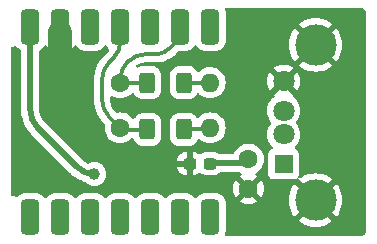
<source format=gbl>
G04 #@! TF.GenerationSoftware,KiCad,Pcbnew,(6.0.11)*
G04 #@! TF.CreationDate,2025-12-09T16:45:55+09:00*
G04 #@! TF.ProjectId,xiao_pio_usb2,7869616f-5f70-4696-9f5f-757362322e6b,rev?*
G04 #@! TF.SameCoordinates,Original*
G04 #@! TF.FileFunction,Copper,L2,Bot*
G04 #@! TF.FilePolarity,Positive*
%FSLAX46Y46*%
G04 Gerber Fmt 4.6, Leading zero omitted, Abs format (unit mm)*
G04 Created by KiCad (PCBNEW (6.0.11)) date 2025-12-09 16:45:55*
%MOMM*%
%LPD*%
G01*
G04 APERTURE LIST*
G04 Aperture macros list*
%AMRoundRect*
0 Rectangle with rounded corners*
0 $1 Rounding radius*
0 $2 $3 $4 $5 $6 $7 $8 $9 X,Y pos of 4 corners*
0 Add a 4 corners polygon primitive as box body*
4,1,4,$2,$3,$4,$5,$6,$7,$8,$9,$2,$3,0*
0 Add four circle primitives for the rounded corners*
1,1,$1+$1,$2,$3*
1,1,$1+$1,$4,$5*
1,1,$1+$1,$6,$7*
1,1,$1+$1,$8,$9*
0 Add four rect primitives between the rounded corners*
20,1,$1+$1,$2,$3,$4,$5,0*
20,1,$1+$1,$4,$5,$6,$7,0*
20,1,$1+$1,$6,$7,$8,$9,0*
20,1,$1+$1,$8,$9,$2,$3,0*%
G04 Aperture macros list end*
G04 #@! TA.AperFunction,ComponentPad*
%ADD10O,1.600000X1.600000*%
G04 #@! TD*
G04 #@! TA.AperFunction,ComponentPad*
%ADD11C,1.600000*%
G04 #@! TD*
G04 #@! TA.AperFunction,ComponentPad*
%ADD12RoundRect,0.400000X0.400000X1.100000X-0.400000X1.100000X-0.400000X-1.100000X0.400000X-1.100000X0*%
G04 #@! TD*
G04 #@! TA.AperFunction,ComponentPad*
%ADD13RoundRect,0.400000X-0.400000X-1.100000X0.400000X-1.100000X0.400000X1.100000X-0.400000X1.100000X0*%
G04 #@! TD*
G04 #@! TA.AperFunction,ComponentPad*
%ADD14C,3.500000*%
G04 #@! TD*
G04 #@! TA.AperFunction,ComponentPad*
%ADD15C,1.800000*%
G04 #@! TD*
G04 #@! TA.AperFunction,ComponentPad*
%ADD16R,1.600000X1.600000*%
G04 #@! TD*
G04 #@! TA.AperFunction,SMDPad,CuDef*
%ADD17RoundRect,0.237500X0.300000X0.237500X-0.300000X0.237500X-0.300000X-0.237500X0.300000X-0.237500X0*%
G04 #@! TD*
G04 #@! TA.AperFunction,SMDPad,CuDef*
%ADD18RoundRect,0.250000X-0.400000X-0.625000X0.400000X-0.625000X0.400000X0.625000X-0.400000X0.625000X0*%
G04 #@! TD*
G04 #@! TA.AperFunction,ViaPad*
%ADD19C,1.000000*%
G04 #@! TD*
G04 #@! TA.AperFunction,ViaPad*
%ADD20C,0.800000*%
G04 #@! TD*
G04 #@! TA.AperFunction,Conductor*
%ADD21C,0.350000*%
G04 #@! TD*
G04 #@! TA.AperFunction,Conductor*
%ADD22C,0.500000*%
G04 #@! TD*
G04 #@! TA.AperFunction,Conductor*
%ADD23C,2.000000*%
G04 #@! TD*
G04 APERTURE END LIST*
D10*
X106450000Y-65878400D03*
D11*
X98830000Y-65878400D03*
D10*
X106450600Y-69698400D03*
D11*
X98830600Y-69698400D03*
D12*
X91220600Y-61178400D03*
X93760600Y-61178400D03*
X96300600Y-61178400D03*
X98840600Y-61178400D03*
X101380600Y-61178400D03*
X103920600Y-61178400D03*
X106460600Y-61178400D03*
D13*
X106460600Y-77218400D03*
X103920600Y-77218400D03*
X101380600Y-77218400D03*
X98840600Y-77218400D03*
X96300600Y-77218400D03*
X93760600Y-77218400D03*
X91220600Y-77218400D03*
D14*
X115374700Y-75824600D03*
X115374700Y-62684600D03*
D15*
X112664700Y-65754600D03*
X112664700Y-68254600D03*
X112664700Y-70254600D03*
D16*
X112664700Y-72754600D03*
D11*
X109690600Y-74848400D03*
X109690600Y-72348400D03*
D17*
X104698100Y-72728400D03*
X106423100Y-72728400D03*
D18*
X104230000Y-65878400D03*
X101130000Y-65878400D03*
X104230000Y-69838400D03*
X101130000Y-69838400D03*
D19*
X96640600Y-73608400D03*
D20*
X93760600Y-63318400D03*
D21*
X99415773Y-64173199D02*
G75*
G03*
X98830000Y-65587427I1414227J-1414201D01*
G01*
X99519159Y-64069873D02*
G75*
G02*
X100933356Y-63484071I1414241J-1414227D01*
G01*
X103920600Y-62078400D02*
X103920600Y-61578400D01*
X103086387Y-62912613D02*
X103920600Y-62078400D01*
X100933356Y-63484071D02*
X101946713Y-63484071D01*
X98830000Y-65878400D02*
X98830000Y-65587427D01*
X99415787Y-64173213D02*
X99519143Y-64069857D01*
X103086404Y-62912630D02*
G75*
G02*
X101946713Y-63484070I-1441604J1452930D01*
G01*
X98254827Y-63804201D02*
G75*
G03*
X98840600Y-62389973I-1414227J1414201D01*
G01*
X97886373Y-68754201D02*
G75*
G02*
X97300600Y-67339973I1414227J1414201D01*
G01*
X97886372Y-64172600D02*
G75*
G03*
X97300600Y-65586827I1414228J-1414200D01*
G01*
X97886387Y-68754187D02*
X98830600Y-69698400D01*
X98254813Y-63804187D02*
X97886386Y-64172614D01*
X98840600Y-61578400D02*
X98840600Y-62389973D01*
X97300600Y-65586827D02*
X97300600Y-67339973D01*
D22*
X95184799Y-73022627D02*
G75*
G03*
X96599027Y-73608400I1414201J1414227D01*
G01*
X95184813Y-73022613D02*
X91806386Y-69644186D01*
X96640600Y-73608400D02*
X96599027Y-73608400D01*
X91220620Y-68229973D02*
G75*
G03*
X91806387Y-69644185I1999980J-27D01*
G01*
X91220600Y-68229973D02*
X91220600Y-61578400D01*
X106423100Y-72728400D02*
X106503100Y-72648400D01*
X106503100Y-72648400D02*
X109700600Y-72648400D01*
D23*
X93760600Y-61578400D02*
X93760600Y-63218400D01*
X93760600Y-63218400D02*
X93800600Y-63258400D01*
D21*
X104130000Y-69838400D02*
X106410000Y-69838400D01*
X104250600Y-65878400D02*
X106450000Y-65878400D01*
X98830000Y-65878400D02*
X101150600Y-65878400D01*
X100990000Y-69878400D02*
X101030000Y-69838400D01*
X98830000Y-69878400D02*
X100990000Y-69878400D01*
G04 #@! TA.AperFunction,Conductor*
G36*
X119126018Y-59528400D02*
G01*
X119140852Y-59530710D01*
X119140855Y-59530710D01*
X119149724Y-59532091D01*
X119158626Y-59530927D01*
X119158750Y-59530911D01*
X119189192Y-59530640D01*
X119202070Y-59532091D01*
X119251264Y-59537634D01*
X119278771Y-59543913D01*
X119355853Y-59570885D01*
X119381274Y-59583127D01*
X119450426Y-59626578D01*
X119472485Y-59644170D01*
X119530230Y-59701915D01*
X119547822Y-59723974D01*
X119591273Y-59793126D01*
X119603515Y-59818547D01*
X119630487Y-59895628D01*
X119636766Y-59923136D01*
X119643018Y-59978626D01*
X119642923Y-59994268D01*
X119643800Y-59994279D01*
X119643690Y-60003251D01*
X119642309Y-60012124D01*
X119643473Y-60021026D01*
X119643473Y-60021028D01*
X119646436Y-60043683D01*
X119647500Y-60060021D01*
X119647500Y-78329033D01*
X119646000Y-78348418D01*
X119642309Y-78372124D01*
X119643473Y-78381026D01*
X119643489Y-78381150D01*
X119643760Y-78411593D01*
X119636766Y-78473664D01*
X119630487Y-78501171D01*
X119603515Y-78578253D01*
X119591273Y-78603674D01*
X119547822Y-78672826D01*
X119530230Y-78694885D01*
X119472485Y-78752630D01*
X119450426Y-78770222D01*
X119381274Y-78813673D01*
X119355853Y-78825915D01*
X119278772Y-78852887D01*
X119251264Y-78859166D01*
X119195774Y-78865418D01*
X119180132Y-78865323D01*
X119180121Y-78866200D01*
X119171149Y-78866090D01*
X119162276Y-78864709D01*
X119153374Y-78865873D01*
X119153372Y-78865873D01*
X119142385Y-78867310D01*
X119130714Y-78868836D01*
X119114379Y-78869900D01*
X107804843Y-78869900D01*
X107736722Y-78849898D01*
X107690229Y-78796242D01*
X107680125Y-78725968D01*
X107692576Y-78686697D01*
X107693520Y-78684845D01*
X107713429Y-78645771D01*
X107730600Y-78581688D01*
X107761363Y-78466881D01*
X107761364Y-78466877D01*
X107762857Y-78461304D01*
X107766668Y-78412879D01*
X107768907Y-78384437D01*
X107768907Y-78384430D01*
X107769100Y-78381981D01*
X107769100Y-77593456D01*
X113971301Y-77593456D01*
X113977759Y-77602816D01*
X113994061Y-77617112D01*
X114000601Y-77622130D01*
X114239844Y-77781987D01*
X114246981Y-77786108D01*
X114505049Y-77913372D01*
X114512653Y-77916522D01*
X114785120Y-78009012D01*
X114793083Y-78011146D01*
X115075300Y-78067283D01*
X115083451Y-78068356D01*
X115370581Y-78087175D01*
X115378819Y-78087175D01*
X115665949Y-78068356D01*
X115674100Y-78067283D01*
X115956317Y-78011146D01*
X115964280Y-78009012D01*
X116236747Y-77916522D01*
X116244351Y-77913372D01*
X116502419Y-77786108D01*
X116509556Y-77781987D01*
X116748799Y-77622130D01*
X116755339Y-77617112D01*
X116769774Y-77604453D01*
X116778172Y-77591214D01*
X116772338Y-77581449D01*
X115387510Y-76196620D01*
X115373569Y-76189008D01*
X115371734Y-76189139D01*
X115365120Y-76193390D01*
X113978816Y-77579695D01*
X113971301Y-77593456D01*
X107769100Y-77593456D01*
X107769099Y-76054820D01*
X107762857Y-75975496D01*
X107751862Y-75934462D01*
X108969093Y-75934462D01*
X108978389Y-75946477D01*
X109029594Y-75982331D01*
X109039089Y-75987814D01*
X109236547Y-76079890D01*
X109246839Y-76083636D01*
X109457288Y-76140025D01*
X109468081Y-76141928D01*
X109685125Y-76160917D01*
X109696075Y-76160917D01*
X109913119Y-76141928D01*
X109923912Y-76140025D01*
X110134361Y-76083636D01*
X110144653Y-76079890D01*
X110342111Y-75987814D01*
X110351606Y-75982331D01*
X110403648Y-75945891D01*
X110412024Y-75935412D01*
X110404956Y-75921966D01*
X110311709Y-75828719D01*
X113112125Y-75828719D01*
X113130944Y-76115849D01*
X113132017Y-76124000D01*
X113188154Y-76406217D01*
X113190288Y-76414180D01*
X113282778Y-76686647D01*
X113285928Y-76694251D01*
X113413192Y-76952318D01*
X113417313Y-76959455D01*
X113577170Y-77198699D01*
X113582188Y-77205239D01*
X113594847Y-77219674D01*
X113608086Y-77228072D01*
X113617851Y-77222238D01*
X115002680Y-75837410D01*
X115009057Y-75825731D01*
X115739108Y-75825731D01*
X115739239Y-75827566D01*
X115743490Y-75834180D01*
X117129795Y-77220484D01*
X117143556Y-77227999D01*
X117152916Y-77221541D01*
X117167212Y-77205239D01*
X117172230Y-77198699D01*
X117332087Y-76959455D01*
X117336208Y-76952318D01*
X117463472Y-76694251D01*
X117466622Y-76686647D01*
X117559112Y-76414180D01*
X117561246Y-76406217D01*
X117617383Y-76124000D01*
X117618456Y-76115849D01*
X117637275Y-75828719D01*
X117637275Y-75820481D01*
X117618456Y-75533351D01*
X117617383Y-75525200D01*
X117561246Y-75242983D01*
X117559112Y-75235020D01*
X117466622Y-74962553D01*
X117463472Y-74954949D01*
X117336208Y-74696882D01*
X117332087Y-74689745D01*
X117172230Y-74450501D01*
X117167212Y-74443961D01*
X117154553Y-74429526D01*
X117141314Y-74421128D01*
X117131549Y-74426962D01*
X115746720Y-75811790D01*
X115739108Y-75825731D01*
X115009057Y-75825731D01*
X115010292Y-75823469D01*
X115010161Y-75821634D01*
X115005910Y-75815020D01*
X113619605Y-74428716D01*
X113605844Y-74421201D01*
X113596484Y-74427659D01*
X113582188Y-74443961D01*
X113577170Y-74450501D01*
X113417313Y-74689745D01*
X113413192Y-74696882D01*
X113285928Y-74954949D01*
X113282778Y-74962553D01*
X113190288Y-75235020D01*
X113188154Y-75242983D01*
X113132017Y-75525200D01*
X113130944Y-75533351D01*
X113112125Y-75820481D01*
X113112125Y-75828719D01*
X110311709Y-75828719D01*
X109703412Y-75220422D01*
X109689468Y-75212808D01*
X109687635Y-75212939D01*
X109681020Y-75217190D01*
X108975523Y-75922687D01*
X108969093Y-75934462D01*
X107751862Y-75934462D01*
X107723528Y-75828719D01*
X107715137Y-75797403D01*
X107715137Y-75797402D01*
X107713429Y-75791029D01*
X107626729Y-75620870D01*
X107622576Y-75615741D01*
X107622573Y-75615737D01*
X107510700Y-75477586D01*
X107506545Y-75472455D01*
X107501414Y-75468300D01*
X107363263Y-75356427D01*
X107363259Y-75356424D01*
X107358130Y-75352271D01*
X107352253Y-75349276D01*
X107352249Y-75349274D01*
X107193851Y-75268567D01*
X107187971Y-75265571D01*
X107181597Y-75263863D01*
X107009081Y-75217637D01*
X107009077Y-75217636D01*
X107003504Y-75216143D01*
X106993775Y-75215377D01*
X106926637Y-75210093D01*
X106926630Y-75210093D01*
X106924181Y-75209900D01*
X106460788Y-75209900D01*
X105997020Y-75209901D01*
X105947653Y-75213786D01*
X105923450Y-75215690D01*
X105923448Y-75215690D01*
X105917696Y-75216143D01*
X105733229Y-75265571D01*
X105727349Y-75268567D01*
X105568951Y-75349274D01*
X105568947Y-75349276D01*
X105563070Y-75352271D01*
X105557941Y-75356424D01*
X105557937Y-75356427D01*
X105419786Y-75468300D01*
X105414655Y-75472455D01*
X105410500Y-75477586D01*
X105298627Y-75615737D01*
X105298624Y-75615741D01*
X105294471Y-75620870D01*
X105294434Y-75620942D01*
X105242392Y-75665602D01*
X105172070Y-75675369D01*
X105107632Y-75645567D01*
X105087438Y-75622261D01*
X105086729Y-75620870D01*
X105082576Y-75615741D01*
X105082573Y-75615737D01*
X104970700Y-75477586D01*
X104966545Y-75472455D01*
X104961414Y-75468300D01*
X104823263Y-75356427D01*
X104823259Y-75356424D01*
X104818130Y-75352271D01*
X104812253Y-75349276D01*
X104812249Y-75349274D01*
X104653851Y-75268567D01*
X104647971Y-75265571D01*
X104641597Y-75263863D01*
X104469081Y-75217637D01*
X104469077Y-75217636D01*
X104463504Y-75216143D01*
X104453775Y-75215377D01*
X104386637Y-75210093D01*
X104386630Y-75210093D01*
X104384181Y-75209900D01*
X103920788Y-75209900D01*
X103457020Y-75209901D01*
X103407653Y-75213786D01*
X103383450Y-75215690D01*
X103383448Y-75215690D01*
X103377696Y-75216143D01*
X103193229Y-75265571D01*
X103187349Y-75268567D01*
X103028951Y-75349274D01*
X103028947Y-75349276D01*
X103023070Y-75352271D01*
X103017941Y-75356424D01*
X103017937Y-75356427D01*
X102879786Y-75468300D01*
X102874655Y-75472455D01*
X102870500Y-75477586D01*
X102758627Y-75615737D01*
X102758624Y-75615741D01*
X102754471Y-75620870D01*
X102754434Y-75620942D01*
X102702392Y-75665602D01*
X102632070Y-75675369D01*
X102567632Y-75645567D01*
X102547438Y-75622261D01*
X102546729Y-75620870D01*
X102542576Y-75615741D01*
X102542573Y-75615737D01*
X102430700Y-75477586D01*
X102426545Y-75472455D01*
X102421414Y-75468300D01*
X102283263Y-75356427D01*
X102283259Y-75356424D01*
X102278130Y-75352271D01*
X102272253Y-75349276D01*
X102272249Y-75349274D01*
X102113851Y-75268567D01*
X102107971Y-75265571D01*
X102101597Y-75263863D01*
X101929081Y-75217637D01*
X101929077Y-75217636D01*
X101923504Y-75216143D01*
X101913775Y-75215377D01*
X101846637Y-75210093D01*
X101846630Y-75210093D01*
X101844181Y-75209900D01*
X101380788Y-75209900D01*
X100917020Y-75209901D01*
X100867653Y-75213786D01*
X100843450Y-75215690D01*
X100843448Y-75215690D01*
X100837696Y-75216143D01*
X100653229Y-75265571D01*
X100647349Y-75268567D01*
X100488951Y-75349274D01*
X100488947Y-75349276D01*
X100483070Y-75352271D01*
X100477941Y-75356424D01*
X100477937Y-75356427D01*
X100339786Y-75468300D01*
X100334655Y-75472455D01*
X100330500Y-75477586D01*
X100218627Y-75615737D01*
X100218624Y-75615741D01*
X100214471Y-75620870D01*
X100214434Y-75620942D01*
X100162392Y-75665602D01*
X100092070Y-75675369D01*
X100027632Y-75645567D01*
X100007438Y-75622261D01*
X100006729Y-75620870D01*
X100002576Y-75615741D01*
X100002573Y-75615737D01*
X99890700Y-75477586D01*
X99886545Y-75472455D01*
X99881414Y-75468300D01*
X99743263Y-75356427D01*
X99743259Y-75356424D01*
X99738130Y-75352271D01*
X99732253Y-75349276D01*
X99732249Y-75349274D01*
X99573851Y-75268567D01*
X99567971Y-75265571D01*
X99561597Y-75263863D01*
X99389081Y-75217637D01*
X99389077Y-75217636D01*
X99383504Y-75216143D01*
X99373775Y-75215377D01*
X99306637Y-75210093D01*
X99306630Y-75210093D01*
X99304181Y-75209900D01*
X98840788Y-75209900D01*
X98377020Y-75209901D01*
X98327653Y-75213786D01*
X98303450Y-75215690D01*
X98303448Y-75215690D01*
X98297696Y-75216143D01*
X98113229Y-75265571D01*
X98107349Y-75268567D01*
X97948951Y-75349274D01*
X97948947Y-75349276D01*
X97943070Y-75352271D01*
X97937941Y-75356424D01*
X97937937Y-75356427D01*
X97799786Y-75468300D01*
X97794655Y-75472455D01*
X97790500Y-75477586D01*
X97678627Y-75615737D01*
X97678624Y-75615741D01*
X97674471Y-75620870D01*
X97674434Y-75620942D01*
X97622392Y-75665602D01*
X97552070Y-75675369D01*
X97487632Y-75645567D01*
X97467438Y-75622261D01*
X97466729Y-75620870D01*
X97462576Y-75615741D01*
X97462573Y-75615737D01*
X97350700Y-75477586D01*
X97346545Y-75472455D01*
X97341414Y-75468300D01*
X97203263Y-75356427D01*
X97203259Y-75356424D01*
X97198130Y-75352271D01*
X97192253Y-75349276D01*
X97192249Y-75349274D01*
X97033851Y-75268567D01*
X97027971Y-75265571D01*
X97021597Y-75263863D01*
X96849081Y-75217637D01*
X96849077Y-75217636D01*
X96843504Y-75216143D01*
X96833775Y-75215377D01*
X96766637Y-75210093D01*
X96766630Y-75210093D01*
X96764181Y-75209900D01*
X96300788Y-75209900D01*
X95837020Y-75209901D01*
X95787653Y-75213786D01*
X95763450Y-75215690D01*
X95763448Y-75215690D01*
X95757696Y-75216143D01*
X95573229Y-75265571D01*
X95567349Y-75268567D01*
X95408951Y-75349274D01*
X95408947Y-75349276D01*
X95403070Y-75352271D01*
X95397941Y-75356424D01*
X95397937Y-75356427D01*
X95259786Y-75468300D01*
X95254655Y-75472455D01*
X95250500Y-75477586D01*
X95138627Y-75615737D01*
X95138624Y-75615741D01*
X95134471Y-75620870D01*
X95134434Y-75620942D01*
X95082392Y-75665602D01*
X95012070Y-75675369D01*
X94947632Y-75645567D01*
X94927438Y-75622261D01*
X94926729Y-75620870D01*
X94922576Y-75615741D01*
X94922573Y-75615737D01*
X94810700Y-75477586D01*
X94806545Y-75472455D01*
X94801414Y-75468300D01*
X94663263Y-75356427D01*
X94663259Y-75356424D01*
X94658130Y-75352271D01*
X94652253Y-75349276D01*
X94652249Y-75349274D01*
X94493851Y-75268567D01*
X94487971Y-75265571D01*
X94481597Y-75263863D01*
X94309081Y-75217637D01*
X94309077Y-75217636D01*
X94303504Y-75216143D01*
X94293775Y-75215377D01*
X94226637Y-75210093D01*
X94226630Y-75210093D01*
X94224181Y-75209900D01*
X93760788Y-75209900D01*
X93297020Y-75209901D01*
X93247653Y-75213786D01*
X93223450Y-75215690D01*
X93223448Y-75215690D01*
X93217696Y-75216143D01*
X93033229Y-75265571D01*
X93027349Y-75268567D01*
X92868951Y-75349274D01*
X92868947Y-75349276D01*
X92863070Y-75352271D01*
X92857941Y-75356424D01*
X92857937Y-75356427D01*
X92719786Y-75468300D01*
X92714655Y-75472455D01*
X92710500Y-75477586D01*
X92598627Y-75615737D01*
X92598624Y-75615741D01*
X92594471Y-75620870D01*
X92594434Y-75620942D01*
X92542392Y-75665602D01*
X92472070Y-75675369D01*
X92407632Y-75645567D01*
X92387438Y-75622261D01*
X92386729Y-75620870D01*
X92382576Y-75615741D01*
X92382573Y-75615737D01*
X92270700Y-75477586D01*
X92266545Y-75472455D01*
X92261414Y-75468300D01*
X92123263Y-75356427D01*
X92123259Y-75356424D01*
X92118130Y-75352271D01*
X92112253Y-75349276D01*
X92112249Y-75349274D01*
X91953851Y-75268567D01*
X91947971Y-75265571D01*
X91941597Y-75263863D01*
X91769081Y-75217637D01*
X91769077Y-75217636D01*
X91763504Y-75216143D01*
X91753775Y-75215377D01*
X91686637Y-75210093D01*
X91686630Y-75210093D01*
X91684181Y-75209900D01*
X91220788Y-75209900D01*
X90757020Y-75209901D01*
X90707653Y-75213786D01*
X90683450Y-75215690D01*
X90683448Y-75215690D01*
X90677696Y-75216143D01*
X90493229Y-75265571D01*
X90487349Y-75268567D01*
X90328951Y-75349274D01*
X90328947Y-75349276D01*
X90323070Y-75352271D01*
X90317941Y-75356424D01*
X90317937Y-75356427D01*
X90179786Y-75468300D01*
X90174655Y-75472455D01*
X90170500Y-75477586D01*
X90140789Y-75514276D01*
X90082375Y-75554628D01*
X90011418Y-75556994D01*
X89967947Y-75531061D01*
X89965522Y-75534188D01*
X89940967Y-75515144D01*
X89940600Y-75508400D01*
X89710971Y-75500871D01*
X89643542Y-75478648D01*
X89598833Y-75423497D01*
X89589100Y-75374939D01*
X89589100Y-74853875D01*
X108378083Y-74853875D01*
X108397072Y-75070919D01*
X108398975Y-75081712D01*
X108455364Y-75292161D01*
X108459110Y-75302453D01*
X108551186Y-75499911D01*
X108556669Y-75509406D01*
X108593109Y-75561448D01*
X108603588Y-75569824D01*
X108617034Y-75562756D01*
X109318578Y-74861212D01*
X109324956Y-74849532D01*
X110055008Y-74849532D01*
X110055139Y-74851365D01*
X110059390Y-74857980D01*
X110764887Y-75563477D01*
X110776662Y-75569907D01*
X110788677Y-75560611D01*
X110824531Y-75509406D01*
X110830014Y-75499911D01*
X110922090Y-75302453D01*
X110925836Y-75292161D01*
X110982225Y-75081712D01*
X110984128Y-75070919D01*
X111003117Y-74853875D01*
X111003117Y-74842925D01*
X110984128Y-74625881D01*
X110982225Y-74615088D01*
X110925836Y-74404639D01*
X110922090Y-74394347D01*
X110830014Y-74196889D01*
X110824531Y-74187394D01*
X110788091Y-74135352D01*
X110777612Y-74126976D01*
X110764166Y-74134044D01*
X110062622Y-74835588D01*
X110055008Y-74849532D01*
X109324956Y-74849532D01*
X109326192Y-74847268D01*
X109326061Y-74845435D01*
X109321810Y-74838820D01*
X108616313Y-74133323D01*
X108604538Y-74126893D01*
X108592523Y-74136189D01*
X108556669Y-74187394D01*
X108551186Y-74196889D01*
X108459110Y-74394347D01*
X108455364Y-74404639D01*
X108398975Y-74615088D01*
X108397072Y-74625881D01*
X108378083Y-74842925D01*
X108378083Y-74853875D01*
X89589100Y-74853875D01*
X89589100Y-62949023D01*
X89609102Y-62880902D01*
X89662758Y-62834409D01*
X89708886Y-62823176D01*
X90014089Y-62808105D01*
X90083113Y-62824723D01*
X90118223Y-62854657D01*
X90174655Y-62924345D01*
X90179786Y-62928500D01*
X90317937Y-63040373D01*
X90317941Y-63040376D01*
X90323070Y-63044529D01*
X90328952Y-63047526D01*
X90328955Y-63047528D01*
X90393302Y-63080314D01*
X90444918Y-63129062D01*
X90462100Y-63192581D01*
X90462100Y-68167812D01*
X90460873Y-68185350D01*
X90458151Y-68204715D01*
X90458150Y-68204732D01*
X90457599Y-68208650D01*
X90457544Y-68212609D01*
X90457381Y-68224268D01*
X90457301Y-68229963D01*
X90459517Y-68249729D01*
X90460148Y-68257562D01*
X90472088Y-68500669D01*
X90472542Y-68503729D01*
X90472542Y-68503730D01*
X90508526Y-68746328D01*
X90511854Y-68768768D01*
X90512604Y-68771764D01*
X90512605Y-68771767D01*
X90565392Y-68982517D01*
X90577706Y-69031678D01*
X90596755Y-69084919D01*
X90665951Y-69278315D01*
X90669011Y-69286868D01*
X90784889Y-69531879D01*
X90924225Y-69764353D01*
X90926065Y-69766834D01*
X91083831Y-69979563D01*
X91083837Y-69979570D01*
X91085676Y-69982050D01*
X91087756Y-69984345D01*
X91199165Y-70107269D01*
X91202928Y-70111872D01*
X91203791Y-70113293D01*
X91211189Y-70121670D01*
X91219968Y-70130449D01*
X91224231Y-70134925D01*
X91230946Y-70142333D01*
X91233188Y-70144807D01*
X91240448Y-70153586D01*
X91251787Y-70168633D01*
X91266647Y-70183915D01*
X91269739Y-70186383D01*
X91269743Y-70186387D01*
X91294799Y-70206389D01*
X91305284Y-70215765D01*
X94604524Y-73515005D01*
X94616056Y-73528270D01*
X94625614Y-73540953D01*
X94630224Y-73547071D01*
X94645084Y-73562352D01*
X94648182Y-73564825D01*
X94660128Y-73574362D01*
X94666133Y-73579472D01*
X94768572Y-73672315D01*
X94846936Y-73743338D01*
X94849416Y-73745177D01*
X94849423Y-73745183D01*
X94975607Y-73838765D01*
X95064635Y-73904791D01*
X95067295Y-73906385D01*
X95067296Y-73906386D01*
X95294445Y-74042531D01*
X95294450Y-74042533D01*
X95297110Y-74044128D01*
X95542124Y-74160007D01*
X95797315Y-74251313D01*
X95838056Y-74261518D01*
X95899273Y-74297470D01*
X95906179Y-74305469D01*
X95911635Y-74312353D01*
X95916328Y-74316347D01*
X95916329Y-74316348D01*
X96048362Y-74428716D01*
X96062250Y-74440536D01*
X96234894Y-74537024D01*
X96422992Y-74598140D01*
X96619377Y-74621558D01*
X96625512Y-74621086D01*
X96625514Y-74621086D01*
X96810430Y-74606857D01*
X96810434Y-74606856D01*
X96816572Y-74606384D01*
X97007063Y-74553198D01*
X97012567Y-74550418D01*
X97012569Y-74550417D01*
X97178095Y-74466804D01*
X97178097Y-74466803D01*
X97183596Y-74464025D01*
X97339447Y-74342261D01*
X97468678Y-74192545D01*
X97566369Y-74020579D01*
X97628797Y-73832913D01*
X97653585Y-73636695D01*
X97653980Y-73608400D01*
X97634680Y-73411567D01*
X97577516Y-73222231D01*
X97484666Y-73047604D01*
X97455763Y-73012166D01*
X103652600Y-73012166D01*
X103652937Y-73018682D01*
X103662675Y-73112532D01*
X103665568Y-73125928D01*
X103716088Y-73277353D01*
X103722253Y-73290515D01*
X103806026Y-73425892D01*
X103815060Y-73437290D01*
X103927729Y-73549763D01*
X103939140Y-73558775D01*
X104074663Y-73642312D01*
X104087841Y-73648456D01*
X104239366Y-73698715D01*
X104252732Y-73701581D01*
X104345370Y-73711072D01*
X104351785Y-73711400D01*
X104425985Y-73711400D01*
X104441224Y-73706925D01*
X104442429Y-73705535D01*
X104444100Y-73697852D01*
X104444100Y-73693285D01*
X104952100Y-73693285D01*
X104956575Y-73708524D01*
X104957965Y-73709729D01*
X104965648Y-73711400D01*
X105044366Y-73711400D01*
X105050882Y-73711063D01*
X105144732Y-73701325D01*
X105158128Y-73698432D01*
X105309553Y-73647912D01*
X105322715Y-73641747D01*
X105458092Y-73557974D01*
X105469494Y-73548936D01*
X105471167Y-73547261D01*
X105472593Y-73546481D01*
X105475227Y-73544393D01*
X105475584Y-73544844D01*
X105533449Y-73513181D01*
X105604269Y-73518184D01*
X105649354Y-73547101D01*
X105652021Y-73549763D01*
X105657597Y-73555329D01*
X105663827Y-73559169D01*
X105663828Y-73559170D01*
X105789597Y-73636695D01*
X105805680Y-73646609D01*
X105970791Y-73701374D01*
X105977627Y-73702074D01*
X105977630Y-73702075D01*
X106024970Y-73706925D01*
X106073528Y-73711900D01*
X106772672Y-73711900D01*
X106775918Y-73711563D01*
X106775922Y-73711563D01*
X106869835Y-73701819D01*
X106869839Y-73701818D01*
X106876693Y-73701107D01*
X106883229Y-73698926D01*
X106883231Y-73698926D01*
X107015995Y-73654632D01*
X107041707Y-73646054D01*
X107189631Y-73554516D01*
X107199736Y-73544393D01*
X107300072Y-73443882D01*
X107362354Y-73409803D01*
X107389245Y-73406900D01*
X108881267Y-73406900D01*
X108953538Y-73429687D01*
X109033851Y-73485923D01*
X109038835Y-73488247D01*
X109041128Y-73489571D01*
X109090121Y-73540953D01*
X109103557Y-73610667D01*
X109077171Y-73676578D01*
X109041128Y-73707809D01*
X109029598Y-73714466D01*
X108977552Y-73750909D01*
X108969176Y-73761388D01*
X108976244Y-73774834D01*
X109677788Y-74476378D01*
X109691732Y-74483992D01*
X109693565Y-74483861D01*
X109700180Y-74479610D01*
X110405677Y-73774113D01*
X110412107Y-73762338D01*
X110402811Y-73750323D01*
X110351602Y-73714466D01*
X110340072Y-73707809D01*
X110291079Y-73656427D01*
X110277642Y-73586713D01*
X110304029Y-73520802D01*
X110340072Y-73489571D01*
X110342365Y-73488247D01*
X110347349Y-73485923D01*
X110460205Y-73406900D01*
X110530389Y-73357757D01*
X110530392Y-73357755D01*
X110534900Y-73354598D01*
X110696798Y-73192700D01*
X110828123Y-73005149D01*
X110830446Y-73000167D01*
X110830449Y-73000162D01*
X110922561Y-72802625D01*
X110922561Y-72802624D01*
X110924884Y-72797643D01*
X110958449Y-72672380D01*
X110982719Y-72581802D01*
X110982719Y-72581800D01*
X110984143Y-72576487D01*
X111004098Y-72348400D01*
X110984143Y-72120313D01*
X110982719Y-72114998D01*
X110926307Y-71904467D01*
X110926306Y-71904465D01*
X110924884Y-71899157D01*
X110922561Y-71894175D01*
X110830449Y-71696638D01*
X110830446Y-71696633D01*
X110828123Y-71691651D01*
X110696798Y-71504100D01*
X110534900Y-71342202D01*
X110530392Y-71339045D01*
X110530389Y-71339043D01*
X110363091Y-71221900D01*
X110347349Y-71210877D01*
X110342367Y-71208554D01*
X110342362Y-71208551D01*
X110144825Y-71116439D01*
X110144824Y-71116439D01*
X110139843Y-71114116D01*
X110134535Y-71112694D01*
X110134533Y-71112693D01*
X109924002Y-71056281D01*
X109924000Y-71056281D01*
X109918687Y-71054857D01*
X109690600Y-71034902D01*
X109462513Y-71054857D01*
X109457200Y-71056281D01*
X109457198Y-71056281D01*
X109246667Y-71112693D01*
X109246665Y-71112694D01*
X109241357Y-71114116D01*
X109236376Y-71116439D01*
X109236375Y-71116439D01*
X109038838Y-71208551D01*
X109038833Y-71208554D01*
X109033851Y-71210877D01*
X109018109Y-71221900D01*
X108850811Y-71339043D01*
X108850808Y-71339045D01*
X108846300Y-71342202D01*
X108684402Y-71504100D01*
X108553077Y-71691651D01*
X108550753Y-71696635D01*
X108494557Y-71817149D01*
X108447640Y-71870435D01*
X108380362Y-71889900D01*
X107205545Y-71889900D01*
X107139429Y-71871160D01*
X107046750Y-71814031D01*
X107046748Y-71814030D01*
X107040520Y-71810191D01*
X106875409Y-71755426D01*
X106868573Y-71754726D01*
X106868570Y-71754725D01*
X106817074Y-71749449D01*
X106772672Y-71744900D01*
X106073528Y-71744900D01*
X106070282Y-71745237D01*
X106070278Y-71745237D01*
X105976365Y-71754981D01*
X105976361Y-71754982D01*
X105969507Y-71755693D01*
X105962971Y-71757874D01*
X105962969Y-71757874D01*
X105830205Y-71802168D01*
X105804493Y-71810746D01*
X105656569Y-71902284D01*
X105651397Y-71907465D01*
X105649327Y-71909539D01*
X105647562Y-71910505D01*
X105645659Y-71912013D01*
X105645401Y-71911687D01*
X105587046Y-71943619D01*
X105516225Y-71938618D01*
X105471130Y-71909692D01*
X105468469Y-71907036D01*
X105457060Y-71898025D01*
X105321537Y-71814488D01*
X105308359Y-71808344D01*
X105156834Y-71758085D01*
X105143468Y-71755219D01*
X105050830Y-71745728D01*
X105044415Y-71745400D01*
X104970215Y-71745400D01*
X104954976Y-71749875D01*
X104953771Y-71751265D01*
X104952100Y-71758948D01*
X104952100Y-73693285D01*
X104444100Y-73693285D01*
X104444100Y-73000515D01*
X104439625Y-72985276D01*
X104438235Y-72984071D01*
X104430552Y-72982400D01*
X103670715Y-72982400D01*
X103655476Y-72986875D01*
X103654271Y-72988265D01*
X103652600Y-72995948D01*
X103652600Y-73012166D01*
X97455763Y-73012166D01*
X97414309Y-72961338D01*
X97363560Y-72899113D01*
X97363557Y-72899110D01*
X97359665Y-72894338D01*
X97354916Y-72890409D01*
X97212025Y-72772199D01*
X97212021Y-72772197D01*
X97207275Y-72768270D01*
X97033301Y-72674202D01*
X96844368Y-72615718D01*
X96838243Y-72615074D01*
X96838242Y-72615074D01*
X96653804Y-72595689D01*
X96653802Y-72595689D01*
X96647675Y-72595045D01*
X96565176Y-72602553D01*
X96456851Y-72612411D01*
X96456848Y-72612412D01*
X96450712Y-72612970D01*
X96444806Y-72614708D01*
X96444802Y-72614709D01*
X96299745Y-72657401D01*
X96260981Y-72668810D01*
X96164580Y-72719207D01*
X96094946Y-72733041D01*
X96057990Y-72723955D01*
X96044538Y-72718383D01*
X96026925Y-72709408D01*
X95877733Y-72617985D01*
X95861737Y-72606364D01*
X95753605Y-72514012D01*
X95741257Y-72501068D01*
X95741250Y-72501075D01*
X95736345Y-72496031D01*
X95732025Y-72490462D01*
X95699368Y-72463638D01*
X95691260Y-72456285D01*
X103652600Y-72456285D01*
X103657075Y-72471524D01*
X103658465Y-72472729D01*
X103666148Y-72474400D01*
X104425985Y-72474400D01*
X104441224Y-72469925D01*
X104442429Y-72468535D01*
X104444100Y-72460852D01*
X104444100Y-71763515D01*
X104439625Y-71748276D01*
X104438235Y-71747071D01*
X104430552Y-71745400D01*
X104351834Y-71745400D01*
X104345318Y-71745737D01*
X104251468Y-71755475D01*
X104238072Y-71758368D01*
X104086647Y-71808888D01*
X104073485Y-71815053D01*
X103938108Y-71898826D01*
X103926710Y-71907860D01*
X103814237Y-72020529D01*
X103805225Y-72031940D01*
X103721688Y-72167463D01*
X103715544Y-72180641D01*
X103665285Y-72332166D01*
X103662419Y-72345532D01*
X103652928Y-72438170D01*
X103652600Y-72444585D01*
X103652600Y-72456285D01*
X95691260Y-72456285D01*
X95690248Y-72455367D01*
X92382319Y-69147438D01*
X92371854Y-69135568D01*
X92357929Y-69117616D01*
X92353608Y-69112045D01*
X92337774Y-69099039D01*
X92321943Y-69083508D01*
X92305361Y-69064092D01*
X92222652Y-68967251D01*
X92211031Y-68951255D01*
X92170083Y-68884432D01*
X92119607Y-68802062D01*
X92110635Y-68784452D01*
X92043672Y-68622784D01*
X92037564Y-68603984D01*
X92004931Y-68468055D01*
X91996717Y-68433836D01*
X91993624Y-68414310D01*
X91992993Y-68406283D01*
X91986751Y-68326959D01*
X91982455Y-68272368D01*
X91982872Y-68254673D01*
X91982843Y-68254673D01*
X91982941Y-68247633D01*
X91983825Y-68240640D01*
X91979701Y-68198576D01*
X91979100Y-68186282D01*
X91979100Y-63192581D01*
X91999102Y-63124460D01*
X92047898Y-63080314D01*
X92112245Y-63047528D01*
X92112248Y-63047526D01*
X92118130Y-63044529D01*
X92123259Y-63040376D01*
X92123263Y-63040373D01*
X92261414Y-62928500D01*
X92266545Y-62924345D01*
X92386729Y-62775930D01*
X92386950Y-62775496D01*
X92439104Y-62730738D01*
X92509425Y-62720969D01*
X92573864Y-62750770D01*
X92596569Y-62776972D01*
X92599048Y-62780790D01*
X92710855Y-62918859D01*
X92720141Y-62928145D01*
X92858210Y-63039952D01*
X92869225Y-63047105D01*
X93027530Y-63127765D01*
X93039783Y-63132469D01*
X93212197Y-63178667D01*
X93223531Y-63180614D01*
X93294590Y-63186207D01*
X93299515Y-63186400D01*
X93488485Y-63186400D01*
X93503724Y-63181925D01*
X93504929Y-63180535D01*
X93506600Y-63172852D01*
X93506600Y-61050400D01*
X93526602Y-60982279D01*
X93580258Y-60935786D01*
X93632600Y-60924400D01*
X93888600Y-60924400D01*
X93956721Y-60944402D01*
X94003214Y-60998058D01*
X94014600Y-61050400D01*
X94014600Y-63168285D01*
X94019075Y-63183524D01*
X94020465Y-63184729D01*
X94028148Y-63186400D01*
X94221685Y-63186400D01*
X94226610Y-63186207D01*
X94297669Y-63180614D01*
X94309003Y-63178667D01*
X94481417Y-63132469D01*
X94493670Y-63127765D01*
X94651975Y-63047105D01*
X94662990Y-63039952D01*
X94801059Y-62928145D01*
X94810345Y-62918859D01*
X94922152Y-62780790D01*
X94924631Y-62776972D01*
X94978508Y-62730737D01*
X95048830Y-62720970D01*
X95113269Y-62750772D01*
X95133619Y-62774259D01*
X95134471Y-62775930D01*
X95254655Y-62924345D01*
X95259786Y-62928500D01*
X95397937Y-63040373D01*
X95397941Y-63040376D01*
X95403070Y-63044529D01*
X95408947Y-63047524D01*
X95408951Y-63047526D01*
X95473302Y-63080314D01*
X95573229Y-63131229D01*
X95579602Y-63132937D01*
X95579603Y-63132937D01*
X95752119Y-63179163D01*
X95752123Y-63179164D01*
X95757696Y-63180657D01*
X95763452Y-63181110D01*
X95834563Y-63186707D01*
X95834570Y-63186707D01*
X95837019Y-63186900D01*
X96300412Y-63186900D01*
X96764180Y-63186899D01*
X96813547Y-63183014D01*
X96837750Y-63181110D01*
X96837752Y-63181110D01*
X96843504Y-63180657D01*
X97027971Y-63131229D01*
X97127898Y-63080314D01*
X97192249Y-63047526D01*
X97192253Y-63047524D01*
X97198130Y-63044529D01*
X97203259Y-63040376D01*
X97203263Y-63040373D01*
X97341414Y-62928500D01*
X97346545Y-62924345D01*
X97350987Y-62918859D01*
X97462573Y-62781063D01*
X97462576Y-62781059D01*
X97466729Y-62775930D01*
X97466766Y-62775858D01*
X97518808Y-62731198D01*
X97589130Y-62721431D01*
X97653568Y-62751233D01*
X97673762Y-62774539D01*
X97674471Y-62775930D01*
X97678624Y-62781059D01*
X97678627Y-62781063D01*
X97790213Y-62918859D01*
X97794655Y-62924345D01*
X97879783Y-62993280D01*
X97920134Y-63051693D01*
X97922499Y-63122650D01*
X97905255Y-63161197D01*
X97889645Y-63184559D01*
X97879616Y-63197629D01*
X97799635Y-63288831D01*
X97781610Y-63305714D01*
X97781278Y-63305969D01*
X97773076Y-63312263D01*
X97768326Y-63318192D01*
X97749024Y-63342285D01*
X97739785Y-63352600D01*
X97443775Y-63648610D01*
X97430333Y-63660275D01*
X97413126Y-63673195D01*
X97409826Y-63675673D01*
X97399524Y-63685762D01*
X97396986Y-63688999D01*
X97396977Y-63689009D01*
X97394625Y-63692009D01*
X97389424Y-63698221D01*
X97199232Y-63911051D01*
X97197185Y-63913936D01*
X97026867Y-64153981D01*
X97026862Y-64153989D01*
X97024820Y-64156867D01*
X97023109Y-64159963D01*
X96880737Y-64417571D01*
X96880734Y-64417578D01*
X96879027Y-64420666D01*
X96763688Y-64699130D01*
X96680251Y-64988757D01*
X96679661Y-64992229D01*
X96679660Y-64992234D01*
X96660438Y-65105378D01*
X96629768Y-65285905D01*
X96628735Y-65304308D01*
X96614928Y-65550214D01*
X96613870Y-65560900D01*
X96612231Y-65572417D01*
X96612080Y-65586836D01*
X96612577Y-65590942D01*
X96616187Y-65620770D01*
X96617100Y-65635909D01*
X96617100Y-67282413D01*
X96615843Y-67300168D01*
X96612231Y-67325545D01*
X96612080Y-67339964D01*
X96612577Y-67344066D01*
X96612577Y-67344075D01*
X96613070Y-67348148D01*
X96613785Y-67356222D01*
X96615594Y-67388438D01*
X96629768Y-67640896D01*
X96630361Y-67644385D01*
X96664239Y-67843789D01*
X96680252Y-67938044D01*
X96763688Y-68227671D01*
X96765041Y-68230938D01*
X96765044Y-68230946D01*
X96837921Y-68406892D01*
X96879028Y-68506135D01*
X97024821Y-68769934D01*
X97026863Y-68772812D01*
X97026868Y-68772820D01*
X97114553Y-68896402D01*
X97199233Y-69015750D01*
X97201588Y-69018385D01*
X97375779Y-69213309D01*
X97382584Y-69221611D01*
X97389436Y-69230737D01*
X97399525Y-69241040D01*
X97402776Y-69243589D01*
X97402777Y-69243590D01*
X97426437Y-69262142D01*
X97437785Y-69272200D01*
X97506505Y-69340920D01*
X97540531Y-69403232D01*
X97539191Y-69459543D01*
X97539436Y-69459586D01*
X97539152Y-69461197D01*
X97539118Y-69462619D01*
X97538483Y-69464990D01*
X97537057Y-69470313D01*
X97517102Y-69698400D01*
X97537057Y-69926487D01*
X97538481Y-69931800D01*
X97538481Y-69931802D01*
X97589357Y-70121670D01*
X97596316Y-70147643D01*
X97598639Y-70152624D01*
X97598639Y-70152625D01*
X97690751Y-70350162D01*
X97690754Y-70350167D01*
X97693077Y-70355149D01*
X97696234Y-70359657D01*
X97809838Y-70521900D01*
X97824402Y-70542700D01*
X97986300Y-70704598D01*
X97990808Y-70707755D01*
X97990811Y-70707757D01*
X98068989Y-70762498D01*
X98173851Y-70835923D01*
X98178833Y-70838246D01*
X98178838Y-70838249D01*
X98303204Y-70896241D01*
X98381357Y-70932684D01*
X98386665Y-70934106D01*
X98386667Y-70934107D01*
X98597198Y-70990519D01*
X98597200Y-70990519D01*
X98602513Y-70991943D01*
X98830600Y-71011898D01*
X99058687Y-70991943D01*
X99064000Y-70990519D01*
X99064002Y-70990519D01*
X99274533Y-70934107D01*
X99274535Y-70934106D01*
X99279843Y-70932684D01*
X99357996Y-70896241D01*
X99482362Y-70838249D01*
X99482367Y-70838246D01*
X99487349Y-70835923D01*
X99592211Y-70762498D01*
X99670389Y-70707757D01*
X99670392Y-70707755D01*
X99674900Y-70704598D01*
X99780693Y-70598805D01*
X99843005Y-70564779D01*
X99869788Y-70561900D01*
X99872444Y-70561900D01*
X99940565Y-70581902D01*
X99987058Y-70635558D01*
X99991967Y-70648023D01*
X100036130Y-70780393D01*
X100038450Y-70787346D01*
X100131522Y-70937748D01*
X100256697Y-71062705D01*
X100262927Y-71066545D01*
X100262928Y-71066546D01*
X100400090Y-71151094D01*
X100407262Y-71155515D01*
X100440104Y-71166408D01*
X100568611Y-71209032D01*
X100568613Y-71209032D01*
X100575139Y-71211197D01*
X100581975Y-71211897D01*
X100581978Y-71211898D01*
X100625031Y-71216309D01*
X100679600Y-71221900D01*
X101580400Y-71221900D01*
X101583646Y-71221563D01*
X101583650Y-71221563D01*
X101679308Y-71211638D01*
X101679312Y-71211637D01*
X101686166Y-71210926D01*
X101692702Y-71208745D01*
X101692704Y-71208745D01*
X101824806Y-71164672D01*
X101853946Y-71154950D01*
X102004348Y-71061878D01*
X102129305Y-70936703D01*
X102222115Y-70786138D01*
X102265312Y-70655903D01*
X102275632Y-70624789D01*
X102275632Y-70624787D01*
X102277797Y-70618261D01*
X102279791Y-70598805D01*
X102288172Y-70516998D01*
X102288500Y-70513800D01*
X103071500Y-70513800D01*
X103071837Y-70517046D01*
X103071837Y-70517050D01*
X103080320Y-70598805D01*
X103082474Y-70619566D01*
X103084655Y-70626102D01*
X103084655Y-70626104D01*
X103111897Y-70707757D01*
X103138450Y-70787346D01*
X103231522Y-70937748D01*
X103356697Y-71062705D01*
X103362927Y-71066545D01*
X103362928Y-71066546D01*
X103500090Y-71151094D01*
X103507262Y-71155515D01*
X103540104Y-71166408D01*
X103668611Y-71209032D01*
X103668613Y-71209032D01*
X103675139Y-71211197D01*
X103681975Y-71211897D01*
X103681978Y-71211898D01*
X103725031Y-71216309D01*
X103779600Y-71221900D01*
X104680400Y-71221900D01*
X104683646Y-71221563D01*
X104683650Y-71221563D01*
X104779308Y-71211638D01*
X104779312Y-71211637D01*
X104786166Y-71210926D01*
X104792702Y-71208745D01*
X104792704Y-71208745D01*
X104924806Y-71164672D01*
X104953946Y-71154950D01*
X105104348Y-71061878D01*
X105229305Y-70936703D01*
X105322115Y-70786138D01*
X105348918Y-70705330D01*
X105389347Y-70646971D01*
X105454911Y-70619734D01*
X105524793Y-70632267D01*
X105557605Y-70655903D01*
X105606300Y-70704598D01*
X105610808Y-70707755D01*
X105610811Y-70707757D01*
X105688989Y-70762498D01*
X105793851Y-70835923D01*
X105798833Y-70838246D01*
X105798838Y-70838249D01*
X105923204Y-70896241D01*
X106001357Y-70932684D01*
X106006665Y-70934106D01*
X106006667Y-70934107D01*
X106217198Y-70990519D01*
X106217200Y-70990519D01*
X106222513Y-70991943D01*
X106450600Y-71011898D01*
X106678687Y-70991943D01*
X106684000Y-70990519D01*
X106684002Y-70990519D01*
X106894533Y-70934107D01*
X106894535Y-70934106D01*
X106899843Y-70932684D01*
X106977996Y-70896241D01*
X107102362Y-70838249D01*
X107102367Y-70838246D01*
X107107349Y-70835923D01*
X107212211Y-70762498D01*
X107290389Y-70707757D01*
X107290392Y-70707755D01*
X107294900Y-70704598D01*
X107456798Y-70542700D01*
X107471363Y-70521900D01*
X107584966Y-70359657D01*
X107588123Y-70355149D01*
X107590446Y-70350167D01*
X107590449Y-70350162D01*
X107651112Y-70220069D01*
X111251795Y-70220069D01*
X111252092Y-70225222D01*
X111252092Y-70225225D01*
X111257767Y-70323641D01*
X111265127Y-70451297D01*
X111266264Y-70456343D01*
X111266265Y-70456349D01*
X111290701Y-70564779D01*
X111316046Y-70677242D01*
X111317988Y-70682024D01*
X111317989Y-70682028D01*
X111381424Y-70838249D01*
X111403184Y-70891837D01*
X111524201Y-71089319D01*
X111675847Y-71264384D01*
X111689604Y-71275805D01*
X111729239Y-71334706D01*
X111730738Y-71405687D01*
X111693624Y-71466210D01*
X111653350Y-71490731D01*
X111617995Y-71503985D01*
X111501439Y-71591339D01*
X111414085Y-71707895D01*
X111362955Y-71844284D01*
X111356200Y-71906466D01*
X111356200Y-73602734D01*
X111362955Y-73664916D01*
X111414085Y-73801305D01*
X111501439Y-73917861D01*
X111617995Y-74005215D01*
X111754384Y-74056345D01*
X111816566Y-74063100D01*
X113512834Y-74063100D01*
X113575016Y-74056345D01*
X113711405Y-74005215D01*
X113769575Y-73961619D01*
X113836081Y-73936771D01*
X113905464Y-73951824D01*
X113955694Y-74001998D01*
X113969376Y-74054885D01*
X113977062Y-74067751D01*
X115361890Y-75452580D01*
X115375831Y-75460192D01*
X115377666Y-75460061D01*
X115384280Y-75455810D01*
X116770584Y-74069505D01*
X116778099Y-74055744D01*
X116771641Y-74046384D01*
X116755339Y-74032088D01*
X116748799Y-74027070D01*
X116509556Y-73867213D01*
X116502419Y-73863092D01*
X116244351Y-73735828D01*
X116236747Y-73732678D01*
X115964280Y-73640188D01*
X115956317Y-73638054D01*
X115674100Y-73581917D01*
X115665949Y-73580844D01*
X115378819Y-73562025D01*
X115370581Y-73562025D01*
X115083451Y-73580844D01*
X115075300Y-73581917D01*
X114793083Y-73638054D01*
X114785120Y-73640188D01*
X114512653Y-73732678D01*
X114505049Y-73735828D01*
X114246982Y-73863092D01*
X114239848Y-73867211D01*
X114096262Y-73963151D01*
X114028509Y-73984365D01*
X113960042Y-73965582D01*
X113912600Y-73912764D01*
X113901243Y-73842682D01*
X113914114Y-73802907D01*
X113915315Y-73801305D01*
X113966445Y-73664916D01*
X113973200Y-73602734D01*
X113973200Y-71906466D01*
X113966445Y-71844284D01*
X113915315Y-71707895D01*
X113827961Y-71591339D01*
X113711405Y-71503985D01*
X113702996Y-71500833D01*
X113702993Y-71500831D01*
X113673418Y-71489744D01*
X113616653Y-71447104D01*
X113591952Y-71380542D01*
X113607159Y-71311193D01*
X113628706Y-71282511D01*
X113741003Y-71170605D01*
X113876158Y-70982517D01*
X113895728Y-70942921D01*
X113976484Y-70779522D01*
X113976485Y-70779520D01*
X113978778Y-70774880D01*
X114046108Y-70553271D01*
X114076340Y-70323641D01*
X114078027Y-70254600D01*
X114070959Y-70168633D01*
X114059473Y-70028918D01*
X114059472Y-70028912D01*
X114059049Y-70023767D01*
X114002625Y-69799133D01*
X114000566Y-69794397D01*
X113912330Y-69591468D01*
X113912328Y-69591465D01*
X113910270Y-69586731D01*
X113784464Y-69392265D01*
X113738872Y-69342160D01*
X113707820Y-69278315D01*
X113716216Y-69207816D01*
X113736114Y-69175696D01*
X113737341Y-69174254D01*
X113741003Y-69170605D01*
X113876158Y-68982517D01*
X113887429Y-68959713D01*
X113976484Y-68779522D01*
X113976485Y-68779520D01*
X113978778Y-68774880D01*
X114046108Y-68553271D01*
X114076340Y-68323641D01*
X114077011Y-68296190D01*
X114077945Y-68257965D01*
X114077945Y-68257961D01*
X114078027Y-68254600D01*
X114068158Y-68134556D01*
X114059473Y-68028918D01*
X114059472Y-68028912D01*
X114059049Y-68023767D01*
X114002625Y-67799133D01*
X114000566Y-67794397D01*
X113912330Y-67591468D01*
X113912328Y-67591465D01*
X113910270Y-67586731D01*
X113784464Y-67392265D01*
X113775530Y-67382446D01*
X113692627Y-67291337D01*
X113628587Y-67220958D01*
X113624536Y-67217759D01*
X113624532Y-67217755D01*
X113472995Y-67098079D01*
X113431932Y-67040162D01*
X113428700Y-66969239D01*
X113451982Y-66921388D01*
X113458196Y-66913473D01*
X113451210Y-66900321D01*
X112677511Y-66126621D01*
X112663568Y-66119008D01*
X112661734Y-66119139D01*
X112655120Y-66123390D01*
X111874880Y-66903631D01*
X111868123Y-66916005D01*
X111876716Y-66927484D01*
X111901527Y-66994004D01*
X111886436Y-67063379D01*
X111851501Y-67103754D01*
X111735176Y-67191094D01*
X111726355Y-67197717D01*
X111722783Y-67201455D01*
X111573412Y-67357763D01*
X111566339Y-67365164D01*
X111563425Y-67369436D01*
X111563424Y-67369437D01*
X111547852Y-67392265D01*
X111435819Y-67556499D01*
X111338302Y-67766581D01*
X111276407Y-67989769D01*
X111251795Y-68220069D01*
X111252092Y-68225222D01*
X111252092Y-68225225D01*
X111262994Y-68414310D01*
X111265127Y-68451297D01*
X111266264Y-68456343D01*
X111266265Y-68456349D01*
X111289298Y-68558551D01*
X111316046Y-68677242D01*
X111317988Y-68682024D01*
X111317989Y-68682028D01*
X111400177Y-68884432D01*
X111403184Y-68891837D01*
X111524201Y-69089319D01*
X111527579Y-69093219D01*
X111527580Y-69093220D01*
X111594504Y-69170479D01*
X111623986Y-69235064D01*
X111613871Y-69305337D01*
X111590361Y-69340026D01*
X111566339Y-69365164D01*
X111435819Y-69556499D01*
X111338302Y-69766581D01*
X111276407Y-69989769D01*
X111251795Y-70220069D01*
X107651112Y-70220069D01*
X107682561Y-70152625D01*
X107682561Y-70152624D01*
X107684884Y-70147643D01*
X107691844Y-70121670D01*
X107742719Y-69931802D01*
X107742719Y-69931800D01*
X107744143Y-69926487D01*
X107764098Y-69698400D01*
X107744143Y-69470313D01*
X107742717Y-69464990D01*
X107686307Y-69254467D01*
X107686306Y-69254465D01*
X107684884Y-69249157D01*
X107679723Y-69238089D01*
X107590449Y-69046638D01*
X107590446Y-69046633D01*
X107588123Y-69041651D01*
X107494755Y-68908308D01*
X107459957Y-68858611D01*
X107459955Y-68858608D01*
X107456798Y-68854100D01*
X107294900Y-68692202D01*
X107290392Y-68689045D01*
X107290389Y-68689043D01*
X107168912Y-68603984D01*
X107107349Y-68560877D01*
X107102367Y-68558554D01*
X107102362Y-68558551D01*
X106904825Y-68466439D01*
X106904824Y-68466439D01*
X106899843Y-68464116D01*
X106894535Y-68462694D01*
X106894533Y-68462693D01*
X106684002Y-68406281D01*
X106684000Y-68406281D01*
X106678687Y-68404857D01*
X106450600Y-68384902D01*
X106222513Y-68404857D01*
X106217200Y-68406281D01*
X106217198Y-68406281D01*
X106006667Y-68462693D01*
X106006665Y-68462694D01*
X106001357Y-68464116D01*
X105996376Y-68466439D01*
X105996375Y-68466439D01*
X105798838Y-68558551D01*
X105798833Y-68558554D01*
X105793851Y-68560877D01*
X105732288Y-68603984D01*
X105610811Y-68689043D01*
X105610808Y-68689045D01*
X105606300Y-68692202D01*
X105467508Y-68830994D01*
X105405196Y-68865020D01*
X105334381Y-68859955D01*
X105277545Y-68817408D01*
X105271284Y-68808226D01*
X105228478Y-68739052D01*
X105103303Y-68614095D01*
X105086900Y-68603984D01*
X104958968Y-68525125D01*
X104958966Y-68525124D01*
X104952738Y-68521285D01*
X104792254Y-68468055D01*
X104791389Y-68467768D01*
X104791387Y-68467768D01*
X104784861Y-68465603D01*
X104778025Y-68464903D01*
X104778022Y-68464902D01*
X104734969Y-68460491D01*
X104680400Y-68454900D01*
X103779600Y-68454900D01*
X103776354Y-68455237D01*
X103776350Y-68455237D01*
X103680692Y-68465162D01*
X103680688Y-68465163D01*
X103673834Y-68465874D01*
X103667298Y-68468055D01*
X103667296Y-68468055D01*
X103578803Y-68497579D01*
X103506054Y-68521850D01*
X103355652Y-68614922D01*
X103230695Y-68740097D01*
X103226855Y-68746327D01*
X103226854Y-68746328D01*
X103157642Y-68858611D01*
X103137885Y-68890662D01*
X103082203Y-69058539D01*
X103071500Y-69163000D01*
X103071500Y-70513800D01*
X102288500Y-70513800D01*
X102288500Y-69163000D01*
X102288163Y-69159750D01*
X102278238Y-69064092D01*
X102278237Y-69064088D01*
X102277526Y-69057234D01*
X102221550Y-68889454D01*
X102128478Y-68739052D01*
X102003303Y-68614095D01*
X101986900Y-68603984D01*
X101858968Y-68525125D01*
X101858966Y-68525124D01*
X101852738Y-68521285D01*
X101692254Y-68468055D01*
X101691389Y-68467768D01*
X101691387Y-68467768D01*
X101684861Y-68465603D01*
X101678025Y-68464903D01*
X101678022Y-68464902D01*
X101634969Y-68460491D01*
X101580400Y-68454900D01*
X100679600Y-68454900D01*
X100676354Y-68455237D01*
X100676350Y-68455237D01*
X100580692Y-68465162D01*
X100580688Y-68465163D01*
X100573834Y-68465874D01*
X100567298Y-68468055D01*
X100567296Y-68468055D01*
X100478803Y-68497579D01*
X100406054Y-68521850D01*
X100255652Y-68614922D01*
X100130695Y-68740097D01*
X100126855Y-68746327D01*
X100126854Y-68746328D01*
X100056283Y-68860815D01*
X100003511Y-68908308D01*
X99933439Y-68919732D01*
X99868315Y-68891458D01*
X99845811Y-68866971D01*
X99839959Y-68858614D01*
X99839957Y-68858612D01*
X99836798Y-68854100D01*
X99674900Y-68692202D01*
X99670392Y-68689045D01*
X99670389Y-68689043D01*
X99548912Y-68603984D01*
X99487349Y-68560877D01*
X99482367Y-68558554D01*
X99482362Y-68558551D01*
X99284825Y-68466439D01*
X99284824Y-68466439D01*
X99279843Y-68464116D01*
X99274535Y-68462694D01*
X99274533Y-68462693D01*
X99064002Y-68406281D01*
X99064000Y-68406281D01*
X99058687Y-68404857D01*
X98830600Y-68384902D01*
X98602513Y-68404857D01*
X98597194Y-68406282D01*
X98597190Y-68406283D01*
X98594819Y-68406918D01*
X98593736Y-68406892D01*
X98591786Y-68407236D01*
X98591717Y-68406844D01*
X98523843Y-68405225D01*
X98473120Y-68374305D01*
X98407397Y-68308582D01*
X98396529Y-68296190D01*
X98378320Y-68272459D01*
X98362533Y-68259811D01*
X98346583Y-68244555D01*
X98334649Y-68230946D01*
X98261585Y-68147631D01*
X98251553Y-68134556D01*
X98165058Y-68005103D01*
X98156823Y-67990840D01*
X98087959Y-67851194D01*
X98081655Y-67835975D01*
X98031608Y-67688536D01*
X98027343Y-67672616D01*
X97996972Y-67519920D01*
X97994821Y-67503579D01*
X97986883Y-67382446D01*
X97987691Y-67357763D01*
X97988091Y-67354728D01*
X97988091Y-67354718D01*
X97989082Y-67347192D01*
X97984861Y-67308953D01*
X97984100Y-67295128D01*
X97984100Y-67124402D01*
X98004102Y-67056281D01*
X98057758Y-67009788D01*
X98128032Y-66999684D01*
X98171589Y-67014759D01*
X98173251Y-67015923D01*
X98178233Y-67018246D01*
X98348268Y-67097534D01*
X98380757Y-67112684D01*
X98386065Y-67114106D01*
X98386067Y-67114107D01*
X98596598Y-67170519D01*
X98596600Y-67170519D01*
X98601913Y-67171943D01*
X98830000Y-67191898D01*
X99058087Y-67171943D01*
X99063400Y-67170519D01*
X99063402Y-67170519D01*
X99273933Y-67114107D01*
X99273935Y-67114106D01*
X99279243Y-67112684D01*
X99298394Y-67103754D01*
X99481762Y-67018249D01*
X99481767Y-67018246D01*
X99486749Y-67015923D01*
X99621759Y-66921388D01*
X99669789Y-66887757D01*
X99669792Y-66887755D01*
X99674300Y-66884598D01*
X99817558Y-66741340D01*
X99879870Y-66707314D01*
X99950685Y-66712379D01*
X100007521Y-66754926D01*
X100026177Y-66790558D01*
X100038450Y-66827346D01*
X100131522Y-66977748D01*
X100256697Y-67102705D01*
X100262927Y-67106545D01*
X100262928Y-67106546D01*
X100400090Y-67191094D01*
X100407262Y-67195515D01*
X100425171Y-67201455D01*
X100568611Y-67249032D01*
X100568613Y-67249032D01*
X100575139Y-67251197D01*
X100581975Y-67251897D01*
X100581978Y-67251898D01*
X100625031Y-67256309D01*
X100679600Y-67261900D01*
X101580400Y-67261900D01*
X101583646Y-67261563D01*
X101583650Y-67261563D01*
X101679308Y-67251638D01*
X101679312Y-67251637D01*
X101686166Y-67250926D01*
X101692702Y-67248745D01*
X101692704Y-67248745D01*
X101834448Y-67201455D01*
X101853946Y-67194950D01*
X102004348Y-67101878D01*
X102129305Y-66976703D01*
X102133906Y-66969239D01*
X102218275Y-66832368D01*
X102218276Y-66832366D01*
X102222115Y-66826138D01*
X102277797Y-66658261D01*
X102288500Y-66553800D01*
X103071500Y-66553800D01*
X103082474Y-66659566D01*
X103138450Y-66827346D01*
X103231522Y-66977748D01*
X103356697Y-67102705D01*
X103362927Y-67106545D01*
X103362928Y-67106546D01*
X103500090Y-67191094D01*
X103507262Y-67195515D01*
X103525171Y-67201455D01*
X103668611Y-67249032D01*
X103668613Y-67249032D01*
X103675139Y-67251197D01*
X103681975Y-67251897D01*
X103681978Y-67251898D01*
X103725031Y-67256309D01*
X103779600Y-67261900D01*
X104680400Y-67261900D01*
X104683646Y-67261563D01*
X104683650Y-67261563D01*
X104779308Y-67251638D01*
X104779312Y-67251637D01*
X104786166Y-67250926D01*
X104792702Y-67248745D01*
X104792704Y-67248745D01*
X104934448Y-67201455D01*
X104953946Y-67194950D01*
X105104348Y-67101878D01*
X105229305Y-66976703D01*
X105236226Y-66965476D01*
X105322115Y-66826138D01*
X105323901Y-66827239D01*
X105363952Y-66781762D01*
X105432231Y-66762309D01*
X105500189Y-66782859D01*
X105520312Y-66799210D01*
X105605700Y-66884598D01*
X105610208Y-66887755D01*
X105610211Y-66887757D01*
X105658241Y-66921388D01*
X105793251Y-67015923D01*
X105798233Y-67018246D01*
X105798238Y-67018249D01*
X105981606Y-67103754D01*
X106000757Y-67112684D01*
X106006065Y-67114106D01*
X106006067Y-67114107D01*
X106216598Y-67170519D01*
X106216600Y-67170519D01*
X106221913Y-67171943D01*
X106450000Y-67191898D01*
X106678087Y-67171943D01*
X106683400Y-67170519D01*
X106683402Y-67170519D01*
X106893933Y-67114107D01*
X106893935Y-67114106D01*
X106899243Y-67112684D01*
X106918394Y-67103754D01*
X107101762Y-67018249D01*
X107101767Y-67018246D01*
X107106749Y-67015923D01*
X107241759Y-66921388D01*
X107289789Y-66887757D01*
X107289792Y-66887755D01*
X107294300Y-66884598D01*
X107456198Y-66722700D01*
X107466972Y-66707314D01*
X107519537Y-66632243D01*
X107587523Y-66535149D01*
X107589846Y-66530167D01*
X107589849Y-66530162D01*
X107681961Y-66332625D01*
X107681961Y-66332624D01*
X107684284Y-66327643D01*
X107743543Y-66106487D01*
X107763498Y-65878400D01*
X107750098Y-65725238D01*
X111252593Y-65725238D01*
X111265327Y-65946068D01*
X111266761Y-65956270D01*
X111315385Y-66172039D01*
X111318473Y-66181892D01*
X111401686Y-66386820D01*
X111406334Y-66396021D01*
X111494797Y-66540381D01*
X111505253Y-66549842D01*
X111514031Y-66546058D01*
X112292679Y-65767411D01*
X112299056Y-65755732D01*
X113029108Y-65755732D01*
X113029239Y-65757566D01*
X113033490Y-65764180D01*
X113811007Y-66541696D01*
X113823013Y-66548252D01*
X113834752Y-66539284D01*
X113872710Y-66486459D01*
X113878021Y-66477620D01*
X113976018Y-66279337D01*
X113979817Y-66269742D01*
X114044115Y-66058117D01*
X114046294Y-66048036D01*
X114075402Y-65826938D01*
X114075921Y-65820263D01*
X114077444Y-65757964D01*
X114077250Y-65751246D01*
X114058979Y-65529000D01*
X114057296Y-65518838D01*
X114003410Y-65304308D01*
X114000089Y-65294553D01*
X113911893Y-65091718D01*
X113907015Y-65082620D01*
X113833924Y-64969638D01*
X113823238Y-64960435D01*
X113813673Y-64964838D01*
X113036721Y-65741789D01*
X113029108Y-65755732D01*
X112299056Y-65755732D01*
X112300292Y-65753468D01*
X112300161Y-65751634D01*
X112295910Y-65745020D01*
X111518562Y-64967673D01*
X111507030Y-64961376D01*
X111494748Y-64970999D01*
X111439167Y-65052477D01*
X111434079Y-65061433D01*
X111340952Y-65262059D01*
X111337389Y-65271746D01*
X111278281Y-65484880D01*
X111276350Y-65495000D01*
X111252845Y-65714949D01*
X111252593Y-65725238D01*
X107750098Y-65725238D01*
X107743543Y-65650313D01*
X107742119Y-65644998D01*
X107685707Y-65434467D01*
X107685706Y-65434465D01*
X107684284Y-65429157D01*
X107681961Y-65424175D01*
X107589849Y-65226638D01*
X107589846Y-65226633D01*
X107587523Y-65221651D01*
X107456198Y-65034100D01*
X107294300Y-64872202D01*
X107289792Y-64869045D01*
X107289789Y-64869043D01*
X107211611Y-64814302D01*
X107106749Y-64740877D01*
X107101767Y-64738554D01*
X107101762Y-64738551D01*
X106904225Y-64646439D01*
X106904224Y-64646439D01*
X106899243Y-64644116D01*
X106893935Y-64642694D01*
X106893933Y-64642693D01*
X106717102Y-64595311D01*
X111870208Y-64595311D01*
X111876951Y-64607640D01*
X112651889Y-65382579D01*
X112665832Y-65390192D01*
X112667666Y-65390061D01*
X112674280Y-65385810D01*
X113453694Y-64606395D01*
X113460711Y-64593544D01*
X113452937Y-64582874D01*
X113450602Y-64581030D01*
X113442020Y-64575329D01*
X113248378Y-64468433D01*
X113238972Y-64464206D01*
X113208615Y-64453456D01*
X113971301Y-64453456D01*
X113977759Y-64462816D01*
X113994061Y-64477112D01*
X114000601Y-64482130D01*
X114239844Y-64641987D01*
X114246981Y-64646108D01*
X114505049Y-64773372D01*
X114512653Y-64776522D01*
X114785120Y-64869012D01*
X114793083Y-64871146D01*
X115075300Y-64927283D01*
X115083451Y-64928356D01*
X115370581Y-64947175D01*
X115378819Y-64947175D01*
X115665949Y-64928356D01*
X115674100Y-64927283D01*
X115956317Y-64871146D01*
X115964280Y-64869012D01*
X116236747Y-64776522D01*
X116244351Y-64773372D01*
X116502419Y-64646108D01*
X116509556Y-64641987D01*
X116748799Y-64482130D01*
X116755339Y-64477112D01*
X116769774Y-64464453D01*
X116778172Y-64451214D01*
X116772338Y-64441449D01*
X115387510Y-63056620D01*
X115373569Y-63049008D01*
X115371734Y-63049139D01*
X115365120Y-63053390D01*
X113978816Y-64439695D01*
X113971301Y-64453456D01*
X113208615Y-64453456D01*
X113030472Y-64390372D01*
X113020509Y-64387740D01*
X112802747Y-64348950D01*
X112792496Y-64347981D01*
X112571316Y-64345279D01*
X112561032Y-64345999D01*
X112342393Y-64379455D01*
X112332366Y-64381844D01*
X112122126Y-64450561D01*
X112112616Y-64454558D01*
X111916425Y-64556689D01*
X111907707Y-64562178D01*
X111878661Y-64583986D01*
X111870208Y-64595311D01*
X106717102Y-64595311D01*
X106683402Y-64586281D01*
X106683400Y-64586281D01*
X106678087Y-64584857D01*
X106450000Y-64564902D01*
X106221913Y-64584857D01*
X106216600Y-64586281D01*
X106216598Y-64586281D01*
X106006067Y-64642693D01*
X106006065Y-64642694D01*
X106000757Y-64644116D01*
X105995776Y-64646439D01*
X105995775Y-64646439D01*
X105798238Y-64738551D01*
X105798233Y-64738554D01*
X105793251Y-64740877D01*
X105688389Y-64814302D01*
X105610211Y-64869043D01*
X105610208Y-64869045D01*
X105605700Y-64872202D01*
X105520299Y-64957603D01*
X105457987Y-64991629D01*
X105387172Y-64986564D01*
X105330336Y-64944017D01*
X105321585Y-64929432D01*
X105321550Y-64929454D01*
X105232332Y-64785280D01*
X105228478Y-64779052D01*
X105103303Y-64654095D01*
X105084806Y-64642693D01*
X104958968Y-64565125D01*
X104958966Y-64565124D01*
X104952738Y-64561285D01*
X104792254Y-64508055D01*
X104791389Y-64507768D01*
X104791387Y-64507768D01*
X104784861Y-64505603D01*
X104778025Y-64504903D01*
X104778022Y-64504902D01*
X104734969Y-64500491D01*
X104680400Y-64494900D01*
X103779600Y-64494900D01*
X103776354Y-64495237D01*
X103776350Y-64495237D01*
X103680692Y-64505162D01*
X103680688Y-64505163D01*
X103673834Y-64505874D01*
X103667298Y-64508055D01*
X103667296Y-64508055D01*
X103535194Y-64552128D01*
X103506054Y-64561850D01*
X103355652Y-64654922D01*
X103230695Y-64780097D01*
X103226855Y-64786327D01*
X103226854Y-64786328D01*
X103175868Y-64869043D01*
X103137885Y-64930662D01*
X103082203Y-65098539D01*
X103071500Y-65203000D01*
X103071500Y-66553800D01*
X102288500Y-66553800D01*
X102288500Y-65203000D01*
X102287660Y-65194900D01*
X102278238Y-65104092D01*
X102278237Y-65104088D01*
X102277526Y-65097234D01*
X102272651Y-65082620D01*
X102223868Y-64936402D01*
X102221550Y-64929454D01*
X102128478Y-64779052D01*
X102003303Y-64654095D01*
X101984806Y-64642693D01*
X101858968Y-64565125D01*
X101858966Y-64565124D01*
X101852738Y-64561285D01*
X101692254Y-64508055D01*
X101691389Y-64507768D01*
X101691387Y-64507768D01*
X101684861Y-64505603D01*
X101678025Y-64504903D01*
X101678022Y-64504902D01*
X101634969Y-64500491D01*
X101580400Y-64494900D01*
X100679600Y-64494900D01*
X100676354Y-64495237D01*
X100676350Y-64495237D01*
X100580692Y-64505162D01*
X100580688Y-64505163D01*
X100573834Y-64505874D01*
X100567298Y-64508055D01*
X100567296Y-64508055D01*
X100435194Y-64552128D01*
X100406054Y-64561850D01*
X100368615Y-64585018D01*
X100357623Y-64591820D01*
X100289171Y-64610657D01*
X100221402Y-64589495D01*
X100175831Y-64535054D01*
X100166928Y-64464618D01*
X100197518Y-64400550D01*
X100221315Y-64379913D01*
X100268254Y-64348549D01*
X100282526Y-64340308D01*
X100422172Y-64271441D01*
X100437381Y-64265141D01*
X100584822Y-64215089D01*
X100600736Y-64210825D01*
X100753430Y-64180449D01*
X100769771Y-64178297D01*
X100890912Y-64170355D01*
X100915593Y-64171162D01*
X100916527Y-64171285D01*
X100918630Y-64171562D01*
X100918632Y-64171562D01*
X100926161Y-64172553D01*
X100964390Y-64168332D01*
X100978218Y-64167571D01*
X101864440Y-64167571D01*
X101866716Y-64167701D01*
X101868562Y-64168141D01*
X101873833Y-64168106D01*
X101873836Y-64168106D01*
X101953524Y-64167574D01*
X101954365Y-64167571D01*
X101988195Y-64167571D01*
X101989770Y-64167380D01*
X101991565Y-64167320D01*
X102000839Y-64167258D01*
X102033991Y-64167037D01*
X102038069Y-64166472D01*
X102038073Y-64166472D01*
X102042591Y-64165846D01*
X102048275Y-64165059D01*
X102062312Y-64161197D01*
X102070604Y-64159215D01*
X102085225Y-64156239D01*
X102095217Y-64154620D01*
X102096065Y-64154517D01*
X102110948Y-64152716D01*
X102118058Y-64150029D01*
X102125432Y-64148218D01*
X102125497Y-64148484D01*
X102130710Y-64146978D01*
X102330791Y-64106247D01*
X102356338Y-64098165D01*
X102602679Y-64020230D01*
X102602689Y-64020226D01*
X102605857Y-64019224D01*
X102721245Y-63968801D01*
X102867178Y-63905031D01*
X102867182Y-63905029D01*
X102870221Y-63903701D01*
X103120939Y-63760962D01*
X103355220Y-63592599D01*
X103540001Y-63427669D01*
X103548644Y-63420617D01*
X103557682Y-63413886D01*
X103557683Y-63413885D01*
X103560993Y-63411420D01*
X103563955Y-63408542D01*
X103568374Y-63404249D01*
X103568381Y-63404242D01*
X103571335Y-63401371D01*
X103593529Y-63373293D01*
X103603282Y-63362333D01*
X103741810Y-63223805D01*
X103804122Y-63189779D01*
X103830905Y-63186900D01*
X104356809Y-63186899D01*
X104384180Y-63186899D01*
X104433547Y-63183014D01*
X104457750Y-63181110D01*
X104457752Y-63181110D01*
X104463504Y-63180657D01*
X104647971Y-63131229D01*
X104747898Y-63080314D01*
X104812249Y-63047526D01*
X104812253Y-63047524D01*
X104818130Y-63044529D01*
X104823259Y-63040376D01*
X104823263Y-63040373D01*
X104961414Y-62928500D01*
X104966545Y-62924345D01*
X104970987Y-62918859D01*
X105082573Y-62781063D01*
X105082576Y-62781059D01*
X105086729Y-62775930D01*
X105086766Y-62775858D01*
X105138808Y-62731198D01*
X105209130Y-62721431D01*
X105273568Y-62751233D01*
X105293762Y-62774539D01*
X105294471Y-62775930D01*
X105298624Y-62781059D01*
X105298627Y-62781063D01*
X105410213Y-62918859D01*
X105414655Y-62924345D01*
X105419786Y-62928500D01*
X105557937Y-63040373D01*
X105557941Y-63040376D01*
X105563070Y-63044529D01*
X105568947Y-63047524D01*
X105568951Y-63047526D01*
X105633302Y-63080314D01*
X105733229Y-63131229D01*
X105739602Y-63132937D01*
X105739603Y-63132937D01*
X105912119Y-63179163D01*
X105912123Y-63179164D01*
X105917696Y-63180657D01*
X105923452Y-63181110D01*
X105994563Y-63186707D01*
X105994570Y-63186707D01*
X105997019Y-63186900D01*
X106460412Y-63186900D01*
X106924180Y-63186899D01*
X106973547Y-63183014D01*
X106997750Y-63181110D01*
X106997752Y-63181110D01*
X107003504Y-63180657D01*
X107187971Y-63131229D01*
X107287898Y-63080314D01*
X107352249Y-63047526D01*
X107352253Y-63047524D01*
X107358130Y-63044529D01*
X107363259Y-63040376D01*
X107363263Y-63040373D01*
X107501414Y-62928500D01*
X107506545Y-62924345D01*
X107510987Y-62918859D01*
X107622573Y-62781063D01*
X107622576Y-62781059D01*
X107626729Y-62775930D01*
X107649756Y-62730738D01*
X107671165Y-62688719D01*
X113112125Y-62688719D01*
X113130944Y-62975849D01*
X113132017Y-62984000D01*
X113188154Y-63266217D01*
X113190288Y-63274180D01*
X113282778Y-63546647D01*
X113285928Y-63554251D01*
X113413192Y-63812318D01*
X113417313Y-63819455D01*
X113577170Y-64058699D01*
X113582188Y-64065239D01*
X113594847Y-64079674D01*
X113608086Y-64088072D01*
X113617851Y-64082238D01*
X115002680Y-62697410D01*
X115009057Y-62685731D01*
X115739108Y-62685731D01*
X115739239Y-62687566D01*
X115743490Y-62694180D01*
X117129795Y-64080484D01*
X117143556Y-64087999D01*
X117152916Y-64081541D01*
X117167212Y-64065239D01*
X117172230Y-64058699D01*
X117332087Y-63819455D01*
X117336208Y-63812318D01*
X117463472Y-63554251D01*
X117466622Y-63546647D01*
X117559112Y-63274180D01*
X117561246Y-63266217D01*
X117617383Y-62984000D01*
X117618456Y-62975849D01*
X117637275Y-62688719D01*
X117637275Y-62680481D01*
X117618456Y-62393351D01*
X117617383Y-62385200D01*
X117561246Y-62102983D01*
X117559112Y-62095020D01*
X117466622Y-61822553D01*
X117463472Y-61814949D01*
X117336208Y-61556882D01*
X117332087Y-61549745D01*
X117172230Y-61310501D01*
X117167212Y-61303961D01*
X117154553Y-61289526D01*
X117141314Y-61281128D01*
X117131549Y-61286962D01*
X115746720Y-62671790D01*
X115739108Y-62685731D01*
X115009057Y-62685731D01*
X115010292Y-62683469D01*
X115010161Y-62681634D01*
X115005910Y-62675020D01*
X113619605Y-61288716D01*
X113605844Y-61281201D01*
X113596484Y-61287659D01*
X113582188Y-61303961D01*
X113577170Y-61310501D01*
X113417313Y-61549745D01*
X113413192Y-61556882D01*
X113285928Y-61814949D01*
X113282778Y-61822553D01*
X113190288Y-62095020D01*
X113188154Y-62102983D01*
X113132017Y-62385200D01*
X113130944Y-62393351D01*
X113112125Y-62680481D01*
X113112125Y-62688719D01*
X107671165Y-62688719D01*
X107710433Y-62611651D01*
X107713429Y-62605771D01*
X107762857Y-62421304D01*
X107769100Y-62341981D01*
X107769099Y-60917986D01*
X113971228Y-60917986D01*
X113977062Y-60927751D01*
X115361890Y-62312580D01*
X115375831Y-62320192D01*
X115377666Y-62320061D01*
X115384280Y-62315810D01*
X116770584Y-60929505D01*
X116778099Y-60915744D01*
X116771641Y-60906384D01*
X116755339Y-60892088D01*
X116748799Y-60887070D01*
X116509556Y-60727213D01*
X116502419Y-60723092D01*
X116244351Y-60595828D01*
X116236747Y-60592678D01*
X115964280Y-60500188D01*
X115956317Y-60498054D01*
X115674100Y-60441917D01*
X115665949Y-60440844D01*
X115378819Y-60422025D01*
X115370581Y-60422025D01*
X115083451Y-60440844D01*
X115075300Y-60441917D01*
X114793083Y-60498054D01*
X114785120Y-60500188D01*
X114512653Y-60592678D01*
X114505049Y-60595828D01*
X114246982Y-60723092D01*
X114239845Y-60727213D01*
X114000601Y-60887070D01*
X113994061Y-60892088D01*
X113979626Y-60904747D01*
X113971228Y-60917986D01*
X107769099Y-60917986D01*
X107769099Y-60014820D01*
X107762857Y-59935496D01*
X107713429Y-59751029D01*
X107692576Y-59710102D01*
X107679472Y-59640326D01*
X107706172Y-59574542D01*
X107764199Y-59533635D01*
X107804843Y-59526900D01*
X119106633Y-59526900D01*
X119126018Y-59528400D01*
G37*
G04 #@! TD.AperFunction*
M02*

</source>
